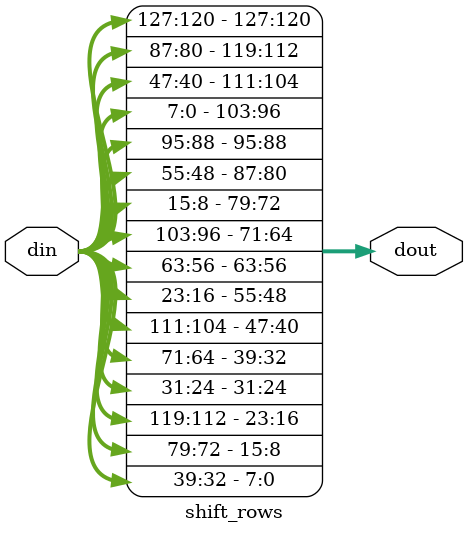
<source format=v>
module shift_rows(din, dout);

input [127:0] din;
output [127:0] dout;

// ShiftRows mapping using assign statements
assign dout[127:120] = din[127:120];
assign dout[119:112] = din[87:80];
assign dout[111:104] = din[47:40];
assign dout[103:96]  = din[7:0];

assign dout[95:88]   = din[95:88];
assign dout[87:80]   = din[55:48];
assign dout[79:72]   = din[15:8];
assign dout[71:64]   = din[103:96];

assign dout[63:56]   = din[63:56];
assign dout[55:48]   = din[23:16];
assign dout[47:40]   = din[111:104];
assign dout[39:32]   = din[71:64];

assign dout[31:24]   = din[31:24];
assign dout[23:16]   = din[119:112];
assign dout[15:8]    = din[79:72];
assign dout[7:0]     = din[39:32];

endmodule


</source>
